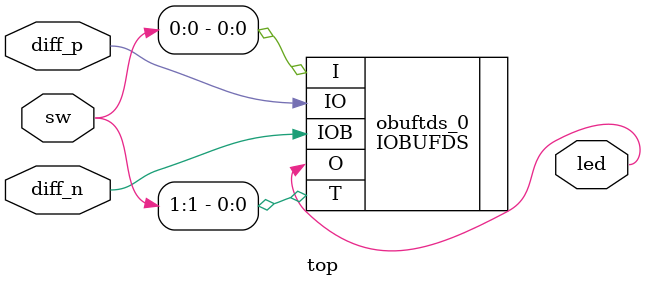
<source format=v>


`default_nettype none

module top (
    input  wire [1:0] sw,
    output wire       led,

    inout  wire       diff_p,
    inout  wire       diff_n
);

IOBUFDS # (
    .IOSTANDARD("DIFF_SSTL135"),
    .SLEW("FAST")
) obuftds_0 (
    .I(sw[0]),    // SW0
    .O(led),      // LED0
    .IO(diff_p),  // XA1_P
    .IOB(diff_n), // XA1_N
    .T(sw[1])     // SW1
);

endmodule


</source>
